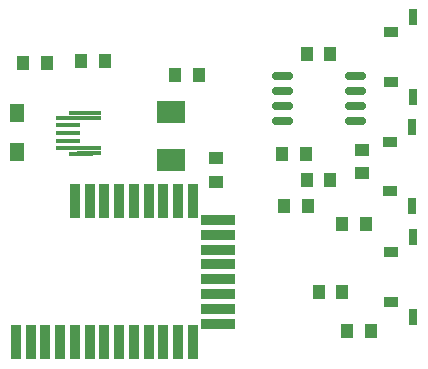
<source format=gtp>
G04 ---------------------------- Layer name :TOP PASTER LAYER*
G04 easyEDA 0.1*
G04 Scale: 100 percent, Rotated: No, Reflected: No *
G04 Dimensions in inches *
G04 leading zeros omitted , absolute positions ,2 integer and 4 * 
%FSLAX24Y24*%
%MOIN*%
G90*
G70D02*

%ADD11C,0.027559*%
%ADD13R,0.039370X0.049212*%
%ADD14R,0.049212X0.039370*%
%ADD15R,0.031496X0.057086*%
%ADD16R,0.050000X0.035433*%
%ADD17R,0.094488X0.074803*%
%ADD18R,0.078740X0.017716*%
%ADD19R,0.047240X0.062992*%
%ADD20R,0.033500X0.118100*%
%ADD21R,0.118100X0.033500*%

%LPD*%
G54D11*
G01X11541Y7911D02*
G01X11974Y7911D01*
G01X11541Y8411D02*
G01X11974Y8411D01*
G01X11541Y8911D02*
G01X11974Y8911D01*
G01X11541Y9411D02*
G01X11974Y9411D01*
G01X9101Y7911D02*
G01X9534Y7911D01*
G01X9101Y8411D02*
G01X9534Y8411D01*
G01X9101Y8911D02*
G01X9534Y8911D01*
G01X9101Y9411D02*
G01X9534Y9411D01*
G54D13*
G01X5746Y9440D03*
G01X6534Y9440D03*
G54D14*
G01X7093Y6661D03*
G01X7093Y5873D03*
G54D15*
G01X13661Y8715D03*
G01X13661Y11371D03*
G54D16*
G01X12922Y9213D03*
G01X12922Y10867D03*
G54D15*
G01X13651Y5057D03*
G01X13651Y7713D03*
G54D16*
G01X12910Y5555D03*
G01X12910Y7209D03*
G54D15*
G01X13663Y1382D03*
G01X13663Y4038D03*
G54D16*
G01X12922Y1880D03*
G01X12922Y3534D03*
G54D17*
G01X5600Y6600D03*
G01X5600Y8213D03*
G54D13*
G01X11313Y4475D03*
G01X12101Y4475D03*
G01X1461Y9832D03*
G01X673Y9832D03*
G01X10122Y5944D03*
G01X10910Y5944D03*
G01X10090Y6805D03*
G01X9302Y6805D03*
G01X10165Y5055D03*
G01X9377Y5055D03*
G54D18*
G01X2176Y6992D03*
G01X2176Y7248D03*
G01X2176Y7503D03*
G01X2176Y7759D03*
G01X2176Y8015D03*
G54D19*
G01X478Y6871D03*
G01X484Y8163D03*
G54D13*
G01X10519Y2215D03*
G01X11307Y2215D03*
G01X10913Y10150D03*
G01X10125Y10150D03*
G01X3401Y9917D03*
G01X2613Y9917D03*
G01X11485Y909D03*
G01X12273Y909D03*
G54D14*
G01X11959Y6155D03*
G01X11959Y6942D03*
G54D20*
G01X6330Y519D03*
G01X5839Y519D03*
G01X5350Y519D03*
G01X4860Y519D03*
G01X4369Y519D03*
G01X3869Y519D03*
G01X3380Y519D03*
G01X2890Y519D03*
G01X2400Y519D03*
G01X1900Y519D03*
G01X1409Y519D03*
G01X919Y519D03*
G01X430Y519D03*
G01X6330Y5219D03*
G01X5839Y5219D03*
G01X5350Y5219D03*
G01X4860Y5219D03*
G01X4369Y5219D03*
G01X3869Y5219D03*
G01X3380Y5219D03*
G01X2890Y5219D03*
G01X2400Y5219D03*
G54D21*
G01X7160Y1150D03*
G01X7160Y1640D03*
G01X7160Y2130D03*
G01X7160Y2630D03*
G01X7160Y3119D03*
G01X7160Y3609D03*
G01X7160Y4100D03*
G01X7160Y4590D03*
G54D18*
G01X2869Y8015D03*
G01X2878Y6992D03*
G01X2594Y8169D03*
G01X2600Y6817D03*
G01X2869Y8169D03*
G01X2875Y6819D03*

M00*
M02*
</source>
